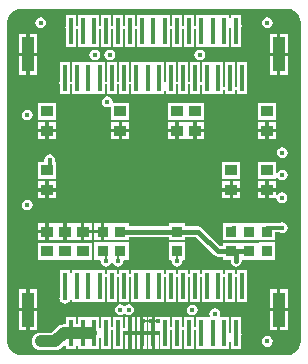
<source format=gbl>
%FSLAX44Y44*%
%MOMM*%
G71*
G01*
G75*
G04 Layer_Physical_Order=4*
G04 Layer_Color=16711680*
%ADD10R,2.0000X0.2600*%
%ADD11R,0.2600X2.0000*%
%ADD12R,0.9400X1.0160*%
%ADD13R,0.9398X1.0160*%
%ADD14C,0.2000*%
%ADD15C,0.2032*%
%ADD16C,0.3000*%
%ADD17C,0.8000*%
%ADD18C,0.4000*%
%ADD19C,0.6000*%
%ADD20C,1.3160*%
G04:AMPARAMS|DCode=21|XSize=1.824mm|YSize=1.824mm|CornerRadius=0mm|HoleSize=0mm|Usage=FLASHONLY|Rotation=0.000|XOffset=0mm|YOffset=0mm|HoleType=Round|Shape=Relief|Width=0.254mm|Gap=0.254mm|Entries=4|*
%AMTHD21*
7,0,0,1.8240,1.3160,0.2540,45*
%
%ADD21THD21*%
%ADD22R,1.0160X0.9398*%
%ADD23R,1.0160X0.9400*%
%ADD24R,1.0000X3.0000*%
%ADD25R,0.3600X2.2000*%
%ADD26R,0.8890X0.9652*%
%ADD27C,1.0000*%
%ADD28C,0.4000*%
G36*
X243034Y296324D02*
X245862Y295153D01*
X248290Y293290D01*
X250153Y290862D01*
X251324Y288034D01*
X251709Y285112D01*
X251686Y285000D01*
Y15000D01*
X251709Y14888D01*
X251324Y11966D01*
X250153Y9138D01*
X248290Y6710D01*
X245862Y4847D01*
X243034Y3676D01*
X240112Y3291D01*
X240000Y3314D01*
X15000D01*
X14888Y3291D01*
X11966Y3676D01*
X9138Y4847D01*
X6710Y6710D01*
X4847Y9138D01*
X3676Y11966D01*
X3291Y14888D01*
X3314Y15000D01*
Y285000D01*
X3291Y285112D01*
X3676Y288034D01*
X4847Y290862D01*
X6710Y293290D01*
X9138Y295153D01*
X11966Y296324D01*
X14888Y296709D01*
X15000Y296686D01*
Y296686D01*
X15000Y296686D01*
X240000D01*
X240112Y296709D01*
X243034Y296324D01*
D02*
G37*
%LPC*%
G36*
X50500Y115204D02*
X38500D01*
Y108003D01*
Y100806D01*
X50500D01*
Y108003D01*
Y115204D01*
D02*
G37*
G36*
X35500Y106505D02*
X29420D01*
Y100806D01*
X35500D01*
Y106505D01*
D02*
G37*
G36*
X65500Y115204D02*
X53500D01*
Y108003D01*
Y100806D01*
X65500D01*
Y108003D01*
Y115204D01*
D02*
G37*
G36*
X35500D02*
X29420D01*
Y109505D01*
X35500D01*
Y115204D01*
D02*
G37*
G36*
X74580Y106505D02*
X68500D01*
Y100806D01*
X74580D01*
Y106505D01*
D02*
G37*
G36*
X82500Y106510D02*
X77055D01*
Y100684D01*
X82500D01*
Y106510D01*
D02*
G37*
G36*
X92055Y98826D02*
X91194Y98826D01*
X90945D01*
Y98826D01*
X90945D01*
X90945D01*
X77055D01*
Y84174D01*
X81644D01*
X82450Y83192D01*
X82412Y83000D01*
X82761Y81244D01*
X83756Y79756D01*
X85244Y78761D01*
X87000Y78412D01*
X88756Y78761D01*
X90244Y79756D01*
X91239Y81244D01*
X91365Y81878D01*
X92635D01*
X92761Y81244D01*
X93756Y79756D01*
X95244Y78761D01*
X97000Y78412D01*
X98756Y78761D01*
X100244Y79756D01*
X101239Y81244D01*
X101588Y83000D01*
X101550Y83192D01*
X102356Y84174D01*
X105945D01*
Y98826D01*
X92055D01*
Y98826D01*
D02*
G37*
G36*
X202000Y75588D02*
X201557Y75500D01*
X197700D01*
Y72449D01*
X197635Y72122D01*
X196365D01*
X196300Y72449D01*
Y75500D01*
X192443D01*
X192000Y75588D01*
X191557Y75500D01*
X187700D01*
Y72449D01*
X187635Y72122D01*
X186365D01*
X186300Y72449D01*
Y75500D01*
X182443D01*
X182000Y75588D01*
X181557Y75500D01*
X177700D01*
Y72449D01*
X177635Y72122D01*
X176365D01*
X176300Y72449D01*
Y75500D01*
X172443D01*
X172000Y75588D01*
X171557Y75500D01*
X167700D01*
Y72449D01*
X167635Y72122D01*
X166365D01*
X166300Y72449D01*
Y75500D01*
X162443D01*
X162000Y75588D01*
X161557Y75500D01*
X157700D01*
Y72449D01*
X157635Y72122D01*
X156365D01*
X156300Y72449D01*
Y75500D01*
X152443D01*
X152000Y75588D01*
X151557Y75500D01*
X147700D01*
Y72449D01*
X147635Y72122D01*
X146365D01*
X146300Y72449D01*
Y75500D01*
X142443D01*
X142000Y75588D01*
X141557Y75500D01*
X137700D01*
Y72449D01*
X137635Y72122D01*
X136365D01*
X136300Y72449D01*
Y75500D01*
X132443D01*
X132000Y75588D01*
X131557Y75500D01*
X127700D01*
Y72449D01*
X127635Y72122D01*
X126365D01*
X126300Y72449D01*
Y75500D01*
X122443D01*
X122000Y75588D01*
X121557Y75500D01*
X117700D01*
Y72449D01*
X117635Y72122D01*
X116365D01*
X116300Y72449D01*
Y75500D01*
X112443D01*
X112000Y75588D01*
X111557Y75500D01*
X107700D01*
Y72449D01*
X107635Y72122D01*
X106365D01*
X106300Y72449D01*
Y75500D01*
X102443D01*
X102000Y75588D01*
X101557Y75500D01*
X97700D01*
Y72449D01*
X97635Y72122D01*
X96365D01*
X96300Y72449D01*
Y75500D01*
X92443D01*
X92000Y75588D01*
X91557Y75500D01*
X87700D01*
Y72449D01*
X87635Y72122D01*
X86365D01*
X86300Y72449D01*
Y75500D01*
X82443D01*
X82000Y75588D01*
X81557Y75500D01*
X77700D01*
Y72449D01*
X77635Y72122D01*
X76365D01*
X76300Y72449D01*
Y75500D01*
X72443D01*
X72000Y75588D01*
X71557Y75500D01*
X67700D01*
Y72449D01*
X67635Y72122D01*
X66365D01*
X66300Y72449D01*
Y75500D01*
X62443D01*
X62000Y75588D01*
X61557Y75500D01*
X57700D01*
Y72696D01*
X56759Y71844D01*
X56300Y71889D01*
Y75500D01*
X47700D01*
Y52949D01*
X47412Y51500D01*
X47700Y50051D01*
Y48500D01*
X48592D01*
X48756Y48256D01*
X50244Y47261D01*
X52000Y46912D01*
X53756Y47261D01*
X55244Y48256D01*
X55408Y48500D01*
X56300D01*
Y49804D01*
X57241Y50656D01*
X57700Y50611D01*
Y48500D01*
X66300D01*
Y69551D01*
X66365Y69878D01*
X67635D01*
X67700Y69551D01*
Y48500D01*
X76300D01*
Y69551D01*
X76365Y69878D01*
X77635D01*
X77700Y69551D01*
Y48500D01*
X86300D01*
Y69551D01*
X86365Y69878D01*
X87635D01*
X87700Y69551D01*
Y48500D01*
X96300D01*
Y69551D01*
X96365Y69878D01*
X97635D01*
X97700Y69551D01*
Y48500D01*
X106300D01*
Y69551D01*
X106365Y69878D01*
X107635D01*
X107700Y69551D01*
Y48500D01*
X116300D01*
Y69551D01*
X116365Y69878D01*
X117635D01*
X117700Y69551D01*
Y48500D01*
X126300D01*
Y69551D01*
X126365Y69878D01*
X127635D01*
X127700Y69551D01*
Y48500D01*
X136300D01*
Y69551D01*
X136365Y69878D01*
X137635D01*
X137700Y69551D01*
Y48500D01*
X146300D01*
Y69551D01*
X146365Y69878D01*
X147635D01*
X147700Y69551D01*
Y48500D01*
X156300D01*
Y69551D01*
X156365Y69878D01*
X157635D01*
X157700Y69551D01*
Y48500D01*
X166300D01*
Y69551D01*
X166365Y69878D01*
X167635D01*
X167700Y69551D01*
Y48500D01*
X176300D01*
Y69551D01*
X176365Y69878D01*
X177635D01*
X177700Y69551D01*
Y48500D01*
X186300D01*
Y69551D01*
X186365Y69878D01*
X187635D01*
X187700Y69551D01*
Y48500D01*
X196300D01*
Y69551D01*
X196365Y69878D01*
X197635D01*
X197700Y69551D01*
Y48500D01*
X206300D01*
Y69551D01*
X206588Y71000D01*
X206300Y72449D01*
Y75500D01*
X202443D01*
X202000Y75588D01*
D02*
G37*
G36*
X153945Y98826D02*
X140055D01*
Y84174D01*
X141644D01*
X142450Y83192D01*
X142412Y83000D01*
X142761Y81244D01*
X143756Y79756D01*
X145244Y78761D01*
X147000Y78412D01*
X148756Y78761D01*
X150244Y79756D01*
X151239Y81244D01*
X151588Y83000D01*
X151550Y83192D01*
X152356Y84174D01*
X153945D01*
Y98826D01*
D02*
G37*
G36*
X74580Y98700D02*
X29420D01*
Y84300D01*
X74580D01*
Y98700D01*
D02*
G37*
G36*
X92055Y115336D02*
X91194Y115336D01*
X90945D01*
Y115336D01*
X90945D01*
X90945D01*
X85500D01*
Y108007D01*
Y100684D01*
X90945D01*
Y100684D01*
X90945D01*
X90945Y100684D01*
X92055D01*
Y100684D01*
X105945D01*
Y103422D01*
X140055D01*
Y100684D01*
X153945D01*
Y103422D01*
X163090D01*
X178266Y88246D01*
X179754Y87251D01*
X181510Y86902D01*
X186055D01*
Y84164D01*
X192412D01*
Y83000D01*
X192761Y81244D01*
X193756Y79756D01*
X195244Y78761D01*
X197000Y78412D01*
X198756Y78761D01*
X200244Y79756D01*
X201239Y81244D01*
X201588Y83000D01*
Y84164D01*
X214945D01*
Y84174D01*
X216055D01*
Y84174D01*
X229945D01*
Y98826D01*
X216055D01*
Y98816D01*
X214945D01*
Y98816D01*
X201055D01*
D01*
D01*
X201055Y98816D01*
X199945D01*
Y98816D01*
X186055D01*
Y96078D01*
X183410D01*
X168234Y111254D01*
X166746Y112249D01*
X164990Y112598D01*
X153945D01*
Y115336D01*
X140055D01*
Y112598D01*
X105945D01*
Y115336D01*
X92055D01*
Y115336D01*
D02*
G37*
G36*
X191500Y141995D02*
X185420D01*
Y136296D01*
X191500D01*
Y141995D01*
D02*
G37*
G36*
X44580D02*
X38500D01*
Y136296D01*
X44580D01*
Y141995D01*
D02*
G37*
G36*
X200580D02*
X194500D01*
Y136296D01*
X200580D01*
Y141995D01*
D02*
G37*
G36*
X35500Y150694D02*
X29420D01*
Y144995D01*
X35500D01*
Y150694D01*
D02*
G37*
G36*
X221500Y141995D02*
X215420D01*
Y136296D01*
X221500D01*
Y141995D01*
D02*
G37*
G36*
X35500D02*
X29420D01*
Y136296D01*
X35500D01*
Y141995D01*
D02*
G37*
G36*
X82500Y115336D02*
X77055D01*
Y109510D01*
X82500D01*
Y115336D01*
D02*
G37*
G36*
X74580Y115204D02*
X68500D01*
Y109505D01*
X74580D01*
Y115204D01*
D02*
G37*
G36*
X236150Y116088D02*
X234394Y115739D01*
X234154Y115578D01*
X223000D01*
X221782Y115336D01*
X216055D01*
Y115326D01*
X214945D01*
Y115326D01*
X201055D01*
D01*
D01*
X201055Y115326D01*
X199945D01*
Y115326D01*
X196304D01*
X195004Y115585D01*
X193703Y115326D01*
X186055D01*
Y100674D01*
X199945D01*
Y100674D01*
X199945D01*
X199945Y100674D01*
X201055D01*
Y100674D01*
X214945D01*
Y100684D01*
X216055D01*
Y100684D01*
X229945D01*
Y107422D01*
X234154D01*
X234394Y107261D01*
X236150Y106912D01*
X237906Y107261D01*
X239394Y108256D01*
X240389Y109744D01*
X240738Y111500D01*
X240389Y113256D01*
X239394Y114744D01*
X237906Y115739D01*
X236150Y116088D01*
D02*
G37*
G36*
X230580Y141995D02*
X224500D01*
Y136296D01*
X230361D01*
X231342Y135490D01*
X231411Y135144D01*
X232406Y133656D01*
X233894Y132661D01*
X235650Y132312D01*
X237406Y132661D01*
X238894Y133656D01*
X239889Y135144D01*
X240238Y136900D01*
X239889Y138656D01*
X238894Y140144D01*
X237406Y141139D01*
X235650Y141488D01*
X233894Y141139D01*
X232406Y140144D01*
X231795Y139231D01*
X230580Y139600D01*
Y141995D01*
D02*
G37*
G36*
X20250Y135138D02*
X18494Y134789D01*
X17006Y133794D01*
X16011Y132306D01*
X15662Y130550D01*
X16011Y128794D01*
X17006Y127306D01*
X18494Y126311D01*
X20250Y125962D01*
X22006Y126311D01*
X23494Y127306D01*
X24489Y128794D01*
X24838Y130550D01*
X24489Y132306D01*
X23494Y133794D01*
X22006Y134789D01*
X20250Y135138D01*
D02*
G37*
G36*
X106000Y46588D02*
X104244Y46239D01*
X102756Y45244D01*
X102244D01*
X100756Y46239D01*
X99000Y46588D01*
X97244Y46239D01*
X95756Y45244D01*
X94761Y43756D01*
X94412Y42000D01*
X94761Y40244D01*
X95756Y38756D01*
X97244Y37761D01*
X99000Y37412D01*
X100756Y37761D01*
X102244Y38756D01*
X102756D01*
X104244Y37761D01*
X106000Y37412D01*
X107756Y37761D01*
X109244Y38756D01*
X110239Y40244D01*
X110588Y42000D01*
X110239Y43756D01*
X109244Y45244D01*
X107756Y46239D01*
X106000Y46588D01*
D02*
G37*
G36*
X111300Y35500D02*
X108500D01*
Y23500D01*
X111300D01*
Y35500D01*
D02*
G37*
G36*
X223500Y19588D02*
X221744Y19239D01*
X220256Y18244D01*
X219261Y16756D01*
X218912Y15000D01*
X219261Y13244D01*
X220256Y11756D01*
X221744Y10761D01*
X223500Y10412D01*
X225256Y10761D01*
X226744Y11756D01*
X227739Y13244D01*
X228088Y15000D01*
X227739Y16756D01*
X226744Y18244D01*
X225256Y19239D01*
X223500Y19588D01*
D02*
G37*
G36*
X115500Y35500D02*
X112700D01*
Y23500D01*
X115500D01*
Y35500D01*
D02*
G37*
G36*
X125500D02*
X122700D01*
Y23500D01*
X125500D01*
Y35500D01*
D02*
G37*
G36*
X121300D02*
X118500D01*
Y23500D01*
X121300D01*
Y35500D01*
D02*
G37*
G36*
X131300Y20500D02*
X128500D01*
Y8500D01*
X131300D01*
Y20500D01*
D02*
G37*
G36*
X111300D02*
X108500D01*
Y8500D01*
X111300D01*
Y20500D01*
D02*
G37*
G36*
X105500D02*
X102700D01*
Y8500D01*
X105500D01*
Y20500D01*
D02*
G37*
G36*
X115500D02*
X112700D01*
Y8500D01*
X115500D01*
Y20500D01*
D02*
G37*
G36*
X125500D02*
X122700D01*
Y8500D01*
X125500D01*
Y20500D01*
D02*
G37*
G36*
X121300D02*
X118500D01*
Y8500D01*
X121300D01*
Y20500D01*
D02*
G37*
G36*
X19500Y59500D02*
X13500D01*
Y43500D01*
X19500D01*
Y59500D01*
D02*
G37*
G36*
X159950Y46238D02*
X158194Y45889D01*
X156706Y44894D01*
X155711Y43406D01*
X155362Y41650D01*
X155711Y39894D01*
X156706Y38406D01*
X158194Y37411D01*
X159950Y37062D01*
X161706Y37411D01*
X163194Y38406D01*
X164189Y39894D01*
X164538Y41650D01*
X164189Y43406D01*
X163194Y44894D01*
X161706Y45889D01*
X159950Y46238D01*
D02*
G37*
G36*
X28500Y59500D02*
X22500D01*
Y43500D01*
X28500D01*
Y59500D01*
D02*
G37*
G36*
X240500D02*
X234500D01*
Y43500D01*
X240500D01*
Y59500D01*
D02*
G37*
G36*
X231500D02*
X225500D01*
Y43500D01*
X231500D01*
Y59500D01*
D02*
G37*
G36*
X179000Y43088D02*
X177244Y42739D01*
X175756Y41744D01*
X174761Y40256D01*
X174412Y38500D01*
X174761Y36744D01*
X174844Y36620D01*
X174245Y35500D01*
X172700D01*
Y27449D01*
X172635Y27122D01*
X171365D01*
X171300Y27449D01*
Y35500D01*
X162700D01*
Y27449D01*
X162635Y27122D01*
X161365D01*
X161300Y27449D01*
Y35500D01*
X152700D01*
Y27449D01*
X152635Y27122D01*
X151365D01*
X151300Y27449D01*
Y35500D01*
X142700D01*
Y27449D01*
X142635Y27122D01*
X141365D01*
X141300Y27449D01*
Y35500D01*
X132700D01*
Y27696D01*
X131759Y26843D01*
X131300Y26889D01*
Y35500D01*
X128500D01*
Y23500D01*
X131300D01*
Y25111D01*
X131759Y25157D01*
X132700Y24304D01*
Y8500D01*
X141300D01*
Y24551D01*
X141365Y24878D01*
X142635D01*
X142700Y24551D01*
Y8500D01*
X151300D01*
Y24551D01*
X151365Y24878D01*
X152635D01*
X152700Y24551D01*
Y8500D01*
X161300D01*
Y24551D01*
X161365Y24878D01*
X162635D01*
X162700Y24551D01*
Y8500D01*
X171300D01*
Y24551D01*
X171365Y24878D01*
X172635D01*
X172700Y24551D01*
Y8500D01*
X181300D01*
Y15111D01*
X181759Y15157D01*
X182700Y14304D01*
Y8500D01*
X191300D01*
Y14303D01*
X192241Y15156D01*
X192700Y15111D01*
Y8500D01*
X201300D01*
Y19551D01*
X201588Y21000D01*
X201300Y22449D01*
Y35500D01*
X192700D01*
Y22696D01*
X191759Y21844D01*
X191300Y21889D01*
Y35500D01*
X183755D01*
X183156Y36620D01*
X183239Y36744D01*
X183588Y38500D01*
X183239Y40256D01*
X182244Y41744D01*
X180756Y42739D01*
X179000Y43088D01*
D02*
G37*
G36*
X28500Y40500D02*
X22500D01*
Y24500D01*
X28500D01*
Y40500D01*
D02*
G37*
G36*
X19500D02*
X13500D01*
Y24500D01*
X19500D01*
Y40500D01*
D02*
G37*
G36*
X231500D02*
X225500D01*
Y24500D01*
X231500D01*
Y40500D01*
D02*
G37*
G36*
X105500Y35500D02*
X102700D01*
Y26889D01*
X102241Y26844D01*
X101300Y27697D01*
Y35500D01*
X92700D01*
Y27449D01*
X92635Y27122D01*
X91365D01*
X91300Y27449D01*
Y35500D01*
X82700D01*
Y27696D01*
X81759Y26844D01*
X81300Y26889D01*
Y35500D01*
X72700D01*
Y29565D01*
X71300D01*
Y35500D01*
X62700D01*
Y29565D01*
X61300D01*
Y35500D01*
X52700D01*
Y29565D01*
X51000D01*
X51000Y29565D01*
X49270Y29337D01*
X49042Y29307D01*
X47218Y28551D01*
X45651Y27349D01*
X45651Y27349D01*
X40867Y22565D01*
X31500D01*
X29542Y22307D01*
X27718Y21551D01*
X26151Y20349D01*
X24949Y18782D01*
X24193Y16958D01*
X23935Y15000D01*
X24193Y13042D01*
X24949Y11218D01*
X26151Y9651D01*
X27718Y8449D01*
X29542Y7693D01*
X31500Y7435D01*
X44000D01*
X45958Y7693D01*
X47248Y8227D01*
X47782Y8449D01*
X49349Y9651D01*
X51527Y11829D01*
X52700Y11343D01*
Y8500D01*
X56557D01*
X57000Y8412D01*
X57443Y8500D01*
X61300D01*
Y11551D01*
X61365Y11878D01*
X62635D01*
X62700Y11551D01*
Y8500D01*
X66557D01*
X67000Y8412D01*
X67443Y8500D01*
X71300D01*
Y11304D01*
X72241Y12156D01*
X72700Y12111D01*
Y8500D01*
X81300D01*
Y18221D01*
X82282Y19026D01*
X82700Y18943D01*
Y8500D01*
X91300D01*
Y24551D01*
X91365Y24878D01*
X92635D01*
X92700Y24551D01*
Y8500D01*
X101300D01*
Y24303D01*
X102241Y25156D01*
X102700Y25111D01*
Y23500D01*
X105500D01*
Y35500D01*
D02*
G37*
G36*
X240500Y40500D02*
X234500D01*
Y24500D01*
X240500D01*
Y40500D01*
D02*
G37*
G36*
X44580Y150694D02*
X38500D01*
Y144995D01*
X44580D01*
Y150694D01*
D02*
G37*
G36*
X206300Y251500D02*
X197700D01*
Y230449D01*
X197635Y230122D01*
X196365D01*
X196300Y230449D01*
Y251500D01*
X187700D01*
Y230449D01*
X187635Y230122D01*
X186365D01*
X186300Y230449D01*
Y251500D01*
X177700D01*
Y234889D01*
X177241Y234844D01*
X176300Y235697D01*
Y251500D01*
X167700D01*
Y235449D01*
X167635Y235122D01*
X166365D01*
X166300Y235449D01*
Y251500D01*
X157700D01*
Y235449D01*
X157635Y235122D01*
X156365D01*
X156300Y235449D01*
Y251500D01*
X147700D01*
Y235449D01*
X147635Y235122D01*
X146365D01*
X146300Y235449D01*
Y251500D01*
X137700D01*
Y235697D01*
X136759Y234844D01*
X136300Y234889D01*
Y251500D01*
X127700D01*
Y234889D01*
X127241Y234844D01*
X126300Y235697D01*
Y251500D01*
X117700D01*
Y235449D01*
X117635Y235122D01*
X116365D01*
X116300Y235449D01*
Y251500D01*
X107700D01*
Y235449D01*
X107635Y235122D01*
X106365D01*
X106300Y235449D01*
Y251500D01*
X97700D01*
Y235449D01*
X97635Y235122D01*
X96365D01*
X96300Y235449D01*
Y251500D01*
X87700D01*
Y235449D01*
X87635Y235122D01*
X86365D01*
X86300Y235449D01*
Y251500D01*
X77700D01*
Y235697D01*
X76759Y234844D01*
X76300Y234889D01*
Y251500D01*
X67700D01*
Y234889D01*
X67241Y234844D01*
X66300Y235697D01*
Y251500D01*
X57700D01*
Y235449D01*
X57635Y235122D01*
X56365D01*
X56300Y235449D01*
Y251500D01*
X47700D01*
Y235449D01*
X47412Y234000D01*
X47700Y232551D01*
Y224500D01*
X56300D01*
Y232551D01*
X56365Y232878D01*
X57635D01*
X57700Y232551D01*
Y224500D01*
X66300D01*
Y228111D01*
X66759Y228156D01*
X67700Y227304D01*
Y224500D01*
X71557D01*
X72000Y224412D01*
X72443Y224500D01*
X76300D01*
Y227304D01*
X77241Y228156D01*
X77700Y228111D01*
Y224500D01*
X86300D01*
Y232551D01*
X86365Y232878D01*
X87635D01*
X87700Y232551D01*
Y224500D01*
X96300D01*
Y232551D01*
X96365Y232878D01*
X97635D01*
X97700Y232551D01*
Y224500D01*
X106300D01*
Y232551D01*
X106365Y232878D01*
X107635D01*
X107700Y232551D01*
Y224500D01*
X116300D01*
Y232551D01*
X116365Y232878D01*
X117635D01*
X117700Y232551D01*
Y224500D01*
X126300D01*
Y228111D01*
X126759Y228156D01*
X127700Y227303D01*
Y224500D01*
X131557D01*
X132000Y224412D01*
X132443Y224500D01*
X136300D01*
Y227304D01*
X137241Y228156D01*
X137700Y228111D01*
Y224500D01*
X146300D01*
Y232551D01*
X146365Y232878D01*
X147635D01*
X147700Y232551D01*
Y224500D01*
X156300D01*
Y232551D01*
X156365Y232878D01*
X157635D01*
X157700Y232551D01*
Y224500D01*
X166300D01*
Y232551D01*
X166365Y232878D01*
X167635D01*
X167700Y232551D01*
Y224500D01*
X176300D01*
Y228111D01*
X176759Y228156D01*
X177700Y227303D01*
Y224500D01*
X181557D01*
X182000Y224412D01*
X182443Y224500D01*
X186300D01*
Y227551D01*
X186365Y227878D01*
X187635D01*
X187700Y227551D01*
Y224500D01*
X191557D01*
X192000Y224412D01*
X192443Y224500D01*
X196300D01*
Y227551D01*
X196365Y227878D01*
X197635D01*
X197700Y227551D01*
Y224500D01*
X201557D01*
X202000Y224412D01*
X202443Y224500D01*
X206300D01*
Y227551D01*
X206588Y229000D01*
X206300Y230449D01*
Y251500D01*
D02*
G37*
G36*
X230580Y217200D02*
X215420D01*
Y212541D01*
X215412Y212500D01*
X215420Y212459D01*
Y202800D01*
X230580D01*
Y217200D01*
D02*
G37*
G36*
X19500Y256500D02*
X13500D01*
Y240500D01*
X19500D01*
Y256500D01*
D02*
G37*
G36*
X231500D02*
X225500D01*
Y240500D01*
X231500D01*
Y256500D01*
D02*
G37*
G36*
X28500D02*
X22500D01*
Y240500D01*
X28500D01*
Y256500D01*
D02*
G37*
G36*
X169580Y217200D02*
X139420D01*
Y202800D01*
X169580D01*
Y217200D01*
D02*
G37*
G36*
X230580Y200694D02*
X224500D01*
Y194995D01*
X230580D01*
Y200694D01*
D02*
G37*
G36*
X221500D02*
X215420D01*
Y194995D01*
X221500D01*
Y200694D01*
D02*
G37*
G36*
X20250Y211338D02*
X18494Y210989D01*
X17006Y209994D01*
X16011Y208506D01*
X15662Y206750D01*
X16011Y204994D01*
X17006Y203506D01*
X18494Y202511D01*
X20250Y202162D01*
X22006Y202511D01*
X23494Y203506D01*
X24489Y204994D01*
X24838Y206750D01*
X24489Y208506D01*
X23494Y209994D01*
X22006Y210989D01*
X20250Y211338D01*
D02*
G37*
G36*
X88000Y222588D02*
X86244Y222239D01*
X84756Y221244D01*
X83761Y219756D01*
X83412Y218000D01*
X83761Y216244D01*
X84756Y214756D01*
X86244Y213761D01*
X88000Y213412D01*
X89756Y213761D01*
X90300Y214125D01*
X91420Y213526D01*
Y202800D01*
X106580D01*
Y212459D01*
X106588Y212500D01*
X106580Y212541D01*
Y217200D01*
X93245D01*
X92588Y218000D01*
X92239Y219756D01*
X91244Y221244D01*
X89756Y222239D01*
X88000Y222588D01*
D02*
G37*
G36*
X44580Y217200D02*
X29420D01*
Y202800D01*
X44580D01*
Y217200D01*
D02*
G37*
G36*
X240500Y275500D02*
X234500D01*
Y259500D01*
X240500D01*
Y275500D01*
D02*
G37*
G36*
X231500D02*
X225500D01*
Y259500D01*
X231500D01*
Y275500D01*
D02*
G37*
G36*
X31500Y289588D02*
X29744Y289239D01*
X28256Y288244D01*
X27261Y286756D01*
X26912Y285000D01*
X27261Y283244D01*
X28256Y281756D01*
X29744Y280761D01*
X31500Y280412D01*
X33256Y280761D01*
X34744Y281756D01*
X35739Y283244D01*
X36088Y285000D01*
X35739Y286756D01*
X34744Y288244D01*
X33256Y289239D01*
X31500Y289588D01*
D02*
G37*
G36*
X187000Y291588D02*
X186557Y291500D01*
X182700D01*
Y288696D01*
X181759Y287844D01*
X181300Y287889D01*
Y291500D01*
X172700D01*
Y282449D01*
X172635Y282122D01*
X171365D01*
X171300Y282449D01*
Y291500D01*
X162700D01*
Y282449D01*
X162635Y282122D01*
X161365D01*
X161300Y282449D01*
Y291500D01*
X152700D01*
Y282449D01*
X152635Y282122D01*
X151365D01*
X151300Y282449D01*
Y291500D01*
X142700D01*
Y282449D01*
X142635Y282122D01*
X141365D01*
X141300Y282449D01*
Y291500D01*
X132700D01*
Y282449D01*
X132635Y282122D01*
X131365D01*
X131300Y282449D01*
Y291500D01*
X122700D01*
Y282449D01*
X122635Y282122D01*
X121365D01*
X121300Y282449D01*
Y291500D01*
X112700D01*
Y282449D01*
X112635Y282122D01*
X111365D01*
X111300Y282449D01*
Y291500D01*
X102700D01*
Y282449D01*
X102635Y282122D01*
X101365D01*
X101300Y282449D01*
Y291500D01*
X92700D01*
Y282449D01*
X92635Y282122D01*
X91365D01*
X91300Y282449D01*
Y291500D01*
X82700D01*
Y282449D01*
X82635Y282122D01*
X81365D01*
X81300Y282449D01*
Y291500D01*
X72700D01*
Y282449D01*
X72635Y282122D01*
X71365D01*
X71300Y282449D01*
Y291500D01*
X62700D01*
Y282449D01*
X62635Y282122D01*
X61365D01*
X61300Y282449D01*
Y291500D01*
X52700D01*
Y282449D01*
X52412Y281000D01*
X52700Y279551D01*
Y264500D01*
X61300D01*
Y279551D01*
X61365Y279878D01*
X62635D01*
X62700Y279551D01*
Y264500D01*
X71300D01*
Y279551D01*
X71365Y279878D01*
X72635D01*
X72700Y279551D01*
Y264500D01*
X81300D01*
Y279551D01*
X81365Y279878D01*
X82635D01*
X82700Y279551D01*
Y264500D01*
X91300D01*
Y279551D01*
X91365Y279878D01*
X92635D01*
X92700Y279551D01*
Y264500D01*
X101300D01*
Y279551D01*
X101365Y279878D01*
X102635D01*
X102700Y279551D01*
Y264500D01*
X111300D01*
Y279551D01*
X111365Y279878D01*
X112635D01*
X112700Y279551D01*
Y264500D01*
X121300D01*
Y279551D01*
X121365Y279878D01*
X122635D01*
X122700Y279551D01*
Y264500D01*
X131300D01*
Y279551D01*
X131365Y279878D01*
X132635D01*
X132700Y279551D01*
Y264500D01*
X141300D01*
Y279551D01*
X141365Y279878D01*
X142635D01*
X142700Y279551D01*
Y264500D01*
X151300D01*
Y279551D01*
X151365Y279878D01*
X152635D01*
X152700Y279551D01*
Y264500D01*
X161300D01*
Y279551D01*
X161365Y279878D01*
X162635D01*
X162700Y279551D01*
Y264500D01*
X171300D01*
Y279551D01*
X171365Y279878D01*
X172635D01*
X172700Y279551D01*
Y264500D01*
X181300D01*
Y279304D01*
X182241Y280156D01*
X182700Y280111D01*
Y264500D01*
X191300D01*
Y281111D01*
X191759Y281156D01*
X192700Y280303D01*
Y264500D01*
X201300D01*
Y280551D01*
X201588Y282000D01*
X201300Y283449D01*
Y291500D01*
X192700D01*
Y287889D01*
X192241Y287844D01*
X191300Y288696D01*
Y291500D01*
X187443D01*
X187000Y291588D01*
D02*
G37*
G36*
X223500Y289588D02*
X221744Y289239D01*
X220256Y288244D01*
X219261Y286756D01*
X218912Y285000D01*
X219261Y283244D01*
X220256Y281756D01*
X221744Y280761D01*
X223500Y280412D01*
X225256Y280761D01*
X226744Y281756D01*
X227739Y283244D01*
X228088Y285000D01*
X227739Y286756D01*
X226744Y288244D01*
X225256Y289239D01*
X223500Y289588D01*
D02*
G37*
G36*
X28500Y275500D02*
X22500D01*
Y259500D01*
X28500D01*
Y275500D01*
D02*
G37*
G36*
X77400Y262138D02*
X75644Y261789D01*
X74156Y260794D01*
X73161Y259306D01*
X72812Y257550D01*
X73161Y255794D01*
X74156Y254306D01*
X75644Y253311D01*
X77400Y252962D01*
X79156Y253311D01*
X80644Y254306D01*
X81639Y255794D01*
X81988Y257550D01*
X81639Y259306D01*
X80644Y260794D01*
X79156Y261789D01*
X77400Y262138D01*
D02*
G37*
G36*
X240500Y256500D02*
X234500D01*
Y240500D01*
X240500D01*
Y256500D01*
D02*
G37*
G36*
X90100Y262138D02*
X88344Y261789D01*
X86856Y260794D01*
X85861Y259306D01*
X85512Y257550D01*
X85861Y255794D01*
X86856Y254306D01*
X88344Y253311D01*
X90100Y252962D01*
X91856Y253311D01*
X93344Y254306D01*
X94339Y255794D01*
X94688Y257550D01*
X94339Y259306D01*
X93344Y260794D01*
X91856Y261789D01*
X90100Y262138D01*
D02*
G37*
G36*
X19500Y275500D02*
X13500D01*
Y259500D01*
X19500D01*
Y275500D01*
D02*
G37*
G36*
X166300Y262138D02*
X164544Y261789D01*
X163056Y260794D01*
X162061Y259306D01*
X161712Y257550D01*
X162061Y255794D01*
X163056Y254306D01*
X164544Y253311D01*
X166300Y252962D01*
X168056Y253311D01*
X169544Y254306D01*
X170539Y255794D01*
X170888Y257550D01*
X170539Y259306D01*
X169544Y260794D01*
X168056Y261789D01*
X166300Y262138D01*
D02*
G37*
G36*
X169580Y200694D02*
X163500D01*
Y194995D01*
X169580D01*
Y200694D01*
D02*
G37*
G36*
X236150Y179588D02*
X234394Y179239D01*
X232906Y178244D01*
X231911Y176756D01*
X231562Y175000D01*
X231911Y173244D01*
X232906Y171756D01*
X234394Y170761D01*
X236150Y170412D01*
X237906Y170761D01*
X239394Y171756D01*
X240389Y173244D01*
X240738Y175000D01*
X240389Y176756D01*
X239394Y178244D01*
X237906Y179239D01*
X236150Y179588D01*
D02*
G37*
G36*
X200580Y167200D02*
X185420D01*
Y152800D01*
X200580D01*
Y167200D01*
D02*
G37*
G36*
X35500Y191995D02*
X29420D01*
Y186296D01*
X35500D01*
Y191995D01*
D02*
G37*
G36*
X97500D02*
X91420D01*
Y186296D01*
X97500D01*
Y191995D01*
D02*
G37*
G36*
X44580D02*
X38500D01*
Y186296D01*
X44580D01*
Y191995D01*
D02*
G37*
G36*
X39000Y173588D02*
X37244Y173239D01*
X35756Y172244D01*
X34761Y170756D01*
X34412Y169000D01*
X34575Y168182D01*
X33769Y167200D01*
X29420D01*
Y152800D01*
X44580D01*
Y167200D01*
X44231D01*
X43425Y168182D01*
X43588Y169000D01*
X43239Y170756D01*
X42244Y172244D01*
X40756Y173239D01*
X39000Y173588D01*
D02*
G37*
G36*
X200580Y150694D02*
X194500D01*
Y144995D01*
X200580D01*
Y150694D01*
D02*
G37*
G36*
X191500D02*
X185420D01*
Y144995D01*
X191500D01*
Y150694D01*
D02*
G37*
G36*
X221500D02*
X215420D01*
Y144995D01*
X221500D01*
Y150694D01*
D02*
G37*
G36*
X230580Y167200D02*
X215420D01*
Y152800D01*
X230580D01*
Y154408D01*
X231844Y154532D01*
X231911Y154194D01*
X232906Y152706D01*
X234394Y151711D01*
X236150Y151362D01*
X237906Y151711D01*
X239394Y152706D01*
X240389Y154194D01*
X240738Y155950D01*
X240389Y157706D01*
X239394Y159194D01*
X237906Y160189D01*
X236150Y160538D01*
X234394Y160189D01*
X232906Y159194D01*
X231911Y157706D01*
X231844Y157368D01*
X230580Y157492D01*
Y167200D01*
D02*
G37*
G36*
Y150694D02*
X224500D01*
Y144995D01*
X230580D01*
Y150694D01*
D02*
G37*
G36*
X44580Y200694D02*
X38500D01*
Y194995D01*
X44580D01*
Y200694D01*
D02*
G37*
G36*
X35500D02*
X29420D01*
Y194995D01*
X35500D01*
Y200694D01*
D02*
G37*
G36*
X97500D02*
X91420D01*
Y194995D01*
X97500D01*
Y200694D01*
D02*
G37*
G36*
X145500D02*
X139420D01*
Y194995D01*
X145500D01*
Y200694D01*
D02*
G37*
G36*
X106580D02*
X100500D01*
Y194995D01*
X106580D01*
Y200694D01*
D02*
G37*
G36*
X230580Y191995D02*
X224500D01*
Y186296D01*
X230580D01*
Y191995D01*
D02*
G37*
G36*
X145500D02*
X139420D01*
Y186296D01*
X145500D01*
Y191995D01*
D02*
G37*
G36*
X106580D02*
X100500D01*
Y186296D01*
X106580D01*
Y191995D01*
D02*
G37*
G36*
X160500Y200694D02*
X148500D01*
Y193493D01*
Y186296D01*
X160500D01*
Y193493D01*
Y200694D01*
D02*
G37*
G36*
X221500Y191995D02*
X215420D01*
Y186296D01*
X221500D01*
Y191995D01*
D02*
G37*
G36*
X169580D02*
X163500D01*
Y186296D01*
X169580D01*
Y191995D01*
D02*
G37*
%LPD*%
D14*
X147000Y83000D02*
Y91500D01*
X97000Y83000D02*
Y89500D01*
X87000Y83000D02*
Y91500D01*
X118500Y32500D02*
X130500D01*
D16*
X223000Y111500D02*
X236150D01*
X39000Y162500D02*
Y169000D01*
D18*
X20250Y130550D02*
D03*
X192000Y162000D02*
D03*
X185350Y45350D02*
D03*
X179000Y38500D02*
D03*
X177000Y26000D02*
D03*
X87000Y83000D02*
D03*
X97000D02*
D03*
X147000D02*
D03*
X195004Y110997D02*
D03*
X207000Y108000D02*
D03*
X221000Y89000D02*
D03*
X77000Y281000D02*
D03*
X72000Y229000D02*
D03*
X88000Y218000D02*
D03*
X132000Y229000D02*
D03*
X221000Y162500D02*
D03*
X159950Y41650D02*
D03*
X197000Y282000D02*
D03*
X187000Y287000D02*
D03*
X167000Y281000D02*
D03*
X202000Y229000D02*
D03*
X192000D02*
D03*
X182000D02*
D03*
X90100Y257550D02*
D03*
X166300D02*
D03*
X77400D02*
D03*
X107000Y281000D02*
D03*
X177000D02*
D03*
X172000Y234000D02*
D03*
X162000D02*
D03*
X157000Y281000D02*
D03*
X152000Y234000D02*
D03*
X147000Y281000D02*
D03*
X142000Y234000D02*
D03*
X137000Y281000D02*
D03*
X127000D02*
D03*
X112000Y234000D02*
D03*
X122000D02*
D03*
X117000Y281000D02*
D03*
X102000Y234000D02*
D03*
X97000Y281000D02*
D03*
X92000Y234000D02*
D03*
X82000D02*
D03*
X62000D02*
D03*
X52000D02*
D03*
X87000Y281000D02*
D03*
X57000D02*
D03*
X67000D02*
D03*
X167000Y26000D02*
D03*
X157000D02*
D03*
X147000D02*
D03*
X137000D02*
D03*
X197000Y21000D02*
D03*
X187000Y16000D02*
D03*
X87000Y26000D02*
D03*
X97000D02*
D03*
X202000Y71000D02*
D03*
X192000D02*
D03*
X182000D02*
D03*
X172000D02*
D03*
X162000D02*
D03*
X152000D02*
D03*
X142000D02*
D03*
X132000D02*
D03*
X122000D02*
D03*
X112000D02*
D03*
X102000D02*
D03*
X92000D02*
D03*
X82000D02*
D03*
X72000D02*
D03*
X62000D02*
D03*
X52000Y51500D02*
D03*
X223500Y15000D02*
D03*
X31500D02*
D03*
X223500Y285000D02*
D03*
X31500D02*
D03*
X37000Y91500D02*
D03*
X52000D02*
D03*
X67000D02*
D03*
X147000Y210000D02*
D03*
X162000D02*
D03*
X102000Y212500D02*
D03*
X37000Y210000D02*
D03*
X220000Y212500D02*
D03*
X236150Y111500D02*
D03*
Y175000D02*
D03*
Y155950D02*
D03*
X39000Y169000D02*
D03*
X99000Y42000D02*
D03*
X106000D02*
D03*
X67000Y13000D02*
D03*
X57000D02*
D03*
X67000Y20000D02*
D03*
X57000D02*
D03*
Y26000D02*
D03*
X44000Y15000D02*
D03*
X197000Y83000D02*
D03*
X20250Y206750D02*
D03*
X240005Y15000D02*
D03*
X14995D02*
D03*
Y285000D02*
D03*
X240005D02*
D03*
X216000Y180000D02*
D03*
Y229500D02*
D03*
X100500Y257550D02*
D03*
X128200D02*
D03*
X40000Y222000D02*
D03*
X130500Y32500D02*
D03*
X245000Y60000D02*
D03*
X222000D02*
D03*
X240000Y235000D02*
D03*
X40000Y250000D02*
D03*
X30000Y236000D02*
D03*
X107000Y26000D02*
D03*
X235650Y136900D02*
D03*
X118500Y32500D02*
D03*
X124500D02*
D03*
D22*
X37000Y108005D02*
D03*
X99000Y193495D02*
D03*
X193000Y143495D02*
D03*
X223000D02*
D03*
X37000D02*
D03*
X67000Y108005D02*
D03*
X37000Y193495D02*
D03*
X52000Y108005D02*
D03*
X162000Y193495D02*
D03*
X223000D02*
D03*
X147000D02*
D03*
D23*
X37000Y91500D02*
D03*
X99000Y210000D02*
D03*
X193000Y160000D02*
D03*
X223000D02*
D03*
X37000D02*
D03*
X67000Y91500D02*
D03*
X37000Y210000D02*
D03*
X52000Y91500D02*
D03*
X162000Y210000D02*
D03*
X223000D02*
D03*
X147000D02*
D03*
D24*
X21000Y258000D02*
D03*
X233000D02*
D03*
X21000Y42000D02*
D03*
X233000D02*
D03*
D25*
X197000Y278000D02*
D03*
X187000D02*
D03*
X177000D02*
D03*
X167000D02*
D03*
X157000D02*
D03*
X147000D02*
D03*
X137000D02*
D03*
X127000D02*
D03*
X117000D02*
D03*
X107000D02*
D03*
X97000D02*
D03*
X87000D02*
D03*
X77000D02*
D03*
X67000D02*
D03*
X202000Y238000D02*
D03*
X192000D02*
D03*
X182000D02*
D03*
X172000D02*
D03*
X162000D02*
D03*
X152000D02*
D03*
X142000D02*
D03*
X132000D02*
D03*
X122000D02*
D03*
X112000D02*
D03*
X102000D02*
D03*
X92000D02*
D03*
X82000D02*
D03*
X72000D02*
D03*
X62000D02*
D03*
X52000D02*
D03*
X57000Y278000D02*
D03*
X117000Y22000D02*
D03*
X57000D02*
D03*
X67000D02*
D03*
X77000D02*
D03*
X87000D02*
D03*
X97000D02*
D03*
X107000D02*
D03*
X137000D02*
D03*
X147000D02*
D03*
X157000D02*
D03*
X167000D02*
D03*
X177000D02*
D03*
X197000D02*
D03*
X202000Y62000D02*
D03*
X192000D02*
D03*
X182000D02*
D03*
X172000D02*
D03*
X162000D02*
D03*
X152000D02*
D03*
X142000D02*
D03*
X132000D02*
D03*
X122000D02*
D03*
X112000D02*
D03*
X102000D02*
D03*
X92000D02*
D03*
X82000D02*
D03*
X72000D02*
D03*
X62000D02*
D03*
X52000D02*
D03*
X127000Y22000D02*
D03*
X187000D02*
D03*
D26*
X84000Y108010D02*
D03*
Y91500D02*
D03*
X99000D02*
D03*
Y108010D02*
D03*
X147000D02*
D03*
Y91500D02*
D03*
X208000Y108000D02*
D03*
Y91490D02*
D03*
X193000D02*
D03*
Y108000D02*
D03*
X223000Y91500D02*
D03*
Y108010D02*
D03*
D27*
X44000Y15000D02*
X51000Y22000D01*
X31500Y15000D02*
X44000D01*
X51000Y22000D02*
X74500D01*
D28*
X164990Y108010D02*
X181510Y91490D01*
X99000Y108010D02*
X164990D01*
X197000Y83000D02*
Y90990D01*
X181510Y91490D02*
X208000D01*
M02*

</source>
